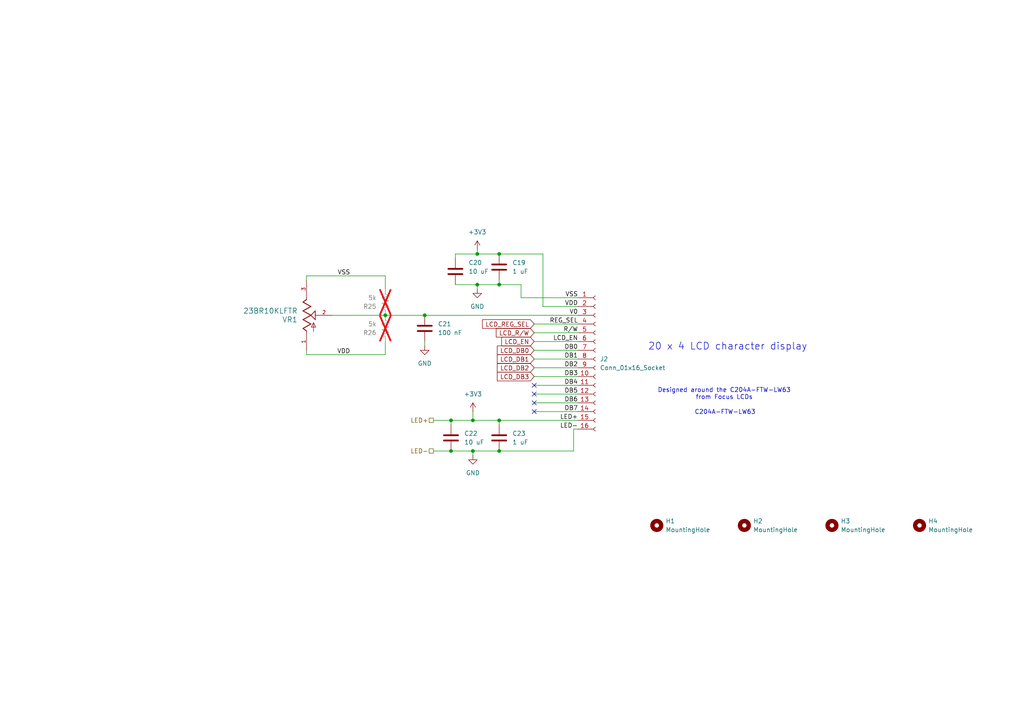
<source format=kicad_sch>
(kicad_sch (version 20231120) (generator "eeschema") (generator_version "8.0")
  (paper "A4")
  (title_block (title "Jakka1") (rev "1") (company "Jacob Kapala"))
  (lib_symbols
    (symbol "Connector:Conn_01x16_Socket" (pin_names (offset 1.016) hide)
      (property "Reference" "J" (at 0 20.32 0))
      (property "Value" "Conn_01x16_Socket" (at 0 -22.86 0))
      (symbol "Conn_01x16_Socket_1_1"
        (arc (start 0 -19.812) (mid -0.5058 -20.32) (end 0 -20.828) (stroke (width 0.1524)))
        (arc (start 0 -17.272) (mid -0.5058 -17.78) (end 0 -18.288) (stroke (width 0.1524)))
        (arc (start 0 -14.732) (mid -0.5058 -15.24) (end 0 -15.748) (stroke (width 0.1524)))
        (arc (start 0 -12.192) (mid -0.5058 -12.7) (end 0 -13.208) (stroke (width 0.1524)))
        (arc (start 0 -9.652) (mid -0.5058 -10.16) (end 0 -10.668) (stroke (width 0.1524)))
        (arc (start 0 -7.112) (mid -0.5058 -7.62) (end 0 -8.128) (stroke (width 0.1524)))
        (arc (start 0 -4.572) (mid -0.5058 -5.08) (end 0 -5.588) (stroke (width 0.1524)))
        (arc (start 0 -2.032) (mid -0.5058 -2.54) (end 0 -3.048) (stroke (width 0.1524)))
        (polyline (pts (xy -1.27 -20.32) (xy -0.508 -20.32)) (stroke (width 0.1524)))
        (polyline (pts (xy -1.27 -17.78) (xy -0.508 -17.78)) (stroke (width 0.1524)))
        (polyline (pts (xy -1.27 -15.24) (xy -0.508 -15.24)) (stroke (width 0.1524)))
        (polyline (pts (xy -1.27 -12.7) (xy -0.508 -12.7)) (stroke (width 0.1524)))
        (polyline (pts (xy -1.27 -10.16) (xy -0.508 -10.16)) (stroke (width 0.1524)))
        (polyline (pts (xy -1.27 -7.62) (xy -0.508 -7.62)) (stroke (width 0.1524)))
        (polyline (pts (xy -1.27 -5.08) (xy -0.508 -5.08)) (stroke (width 0.1524)))
        (polyline (pts (xy -1.27 -2.54) (xy -0.508 -2.54)) (stroke (width 0.1524)))
        (polyline (pts (xy -1.27 0) (xy -0.508 0)) (stroke (width 0.1524)))
        (polyline (pts (xy -1.27 2.54) (xy -0.508 2.54)) (stroke (width 0.1524)))
        (polyline (pts (xy -1.27 5.08) (xy -0.508 5.08)) (stroke (width 0.1524)))
        (polyline (pts (xy -1.27 7.62) (xy -0.508 7.62)) (stroke (width 0.1524)))
        (polyline (pts (xy -1.27 10.16) (xy -0.508 10.16)) (stroke (width 0.1524)))
        (polyline (pts (xy -1.27 12.7) (xy -0.508 12.7)) (stroke (width 0.1524)))
        (polyline (pts (xy -1.27 15.24) (xy -0.508 15.24)) (stroke (width 0.1524)))
        (polyline (pts (xy -1.27 17.78) (xy -0.508 17.78)) (stroke (width 0.1524)))
        (arc (start 0 0.508) (mid -0.5058 0) (end 0 -0.508) (stroke (width 0.1524)))
        (arc (start 0 3.048) (mid -0.5058 2.54) (end 0 2.032) (stroke (width 0.1524)))
        (arc (start 0 5.588) (mid -0.5058 5.08) (end 0 4.572) (stroke (width 0.1524)))
        (arc (start 0 8.128) (mid -0.5058 7.62) (end 0 7.112) (stroke (width 0.1524)))
        (arc (start 0 10.668) (mid -0.5058 10.16) (end 0 9.652) (stroke (width 0.1524)))
        (arc (start 0 13.208) (mid -0.5058 12.7) (end 0 12.192) (stroke (width 0.1524)))
        (arc (start 0 15.748) (mid -0.5058 15.24) (end 0 14.732) (stroke (width 0.1524)))
        (arc (start 0 18.288) (mid -0.5058 17.78) (end 0 17.272) (stroke (width 0.1524)))
        (pin passive line (at -5.08 17.78 0) (length 3.81) (name "Pin_1") (number "1"))
        (pin passive line (at -5.08 -5.08 0) (length 3.81) (name "Pin_10") (number "10"))
        (pin passive line (at -5.08 -7.62 0) (length 3.81) (name "Pin_11") (number "11"))
        (pin passive line (at -5.08 -10.16 0) (length 3.81) (name "Pin_12") (number "12"))
        (pin passive line (at -5.08 -12.7 0) (length 3.81) (name "Pin_13") (number "13"))
        (pin passive line (at -5.08 -15.24 0) (length 3.81) (name "Pin_14") (number "14"))
        (pin passive line (at -5.08 -17.78 0) (length 3.81) (name "Pin_15") (number "15"))
        (pin passive line (at -5.08 -20.32 0) (length 3.81) (name "Pin_16") (number "16"))
        (pin passive line (at -5.08 15.24 0) (length 3.81) (name "Pin_2") (number "2"))
        (pin passive line (at -5.08 12.7 0) (length 3.81) (name "Pin_3") (number "3"))
        (pin passive line (at -5.08 10.16 0) (length 3.81) (name "Pin_4") (number "4"))
        (pin passive line (at -5.08 7.62 0) (length 3.81) (name "Pin_5") (number "5"))
        (pin passive line (at -5.08 5.08 0) (length 3.81) (name "Pin_6") (number "6"))
        (pin passive line (at -5.08 2.54 0) (length 3.81) (name "Pin_7") (number "7"))
        (pin passive line (at -5.08 0 0) (length 3.81) (name "Pin_8") (number "8"))
        (pin passive line (at -5.08 -2.54 0) (length 3.81) (name "Pin_9") (number "9"))
      )
    )
    (symbol "Device:C" (pin_numbers hide) (pin_names (offset 0.254))
      (property "Reference" "C" (at 0.635 2.54 0))
      (property "Value" "C" (at 0.635 -2.54 0))
      (symbol "C_0_1"
        (polyline (pts (xy -2.032 -0.762) (xy 2.032 -0.762)) (stroke (width 0.508)))
        (polyline (pts (xy -2.032 0.762) (xy 2.032 0.762)) (stroke (width 0.508)))
      )
      (symbol "C_1_1"
        (pin passive line (at 0 3.81 270) (length 2.794) (name "~") (number "1"))
        (pin passive line (at 0 -3.81 90) (length 2.794) (name "~") (number "2"))
      )
    )
    (symbol "Device:R_US" (pin_numbers hide) (pin_names (offset 0))
      (property "Reference" "R" (at 2.54 0 90))
      (property "Value" "R_US" (at -2.54 0 90))
      (symbol "R_US_0_1"
        (polyline (pts (xy 0 -2.286) (xy 0 -2.54)))
        (polyline (pts (xy 0 2.286) (xy 0 2.54)))
        (polyline (pts (xy 0 -0.762) (xy 1.016 -1.143) (xy 0 -1.524) (xy -1.016 -1.905) (xy 0 -2.286)))
        (polyline (pts (xy 0 0.762) (xy 1.016 0.381) (xy 0 0) (xy -1.016 -0.381) (xy 0 -0.762)))
        (polyline (pts (xy 0 2.286) (xy 1.016 1.905) (xy 0 1.524) (xy -1.016 1.143) (xy 0 0.762)))
      )
      (symbol "R_US_1_1"
        (pin passive line (at 0 3.81 270) (length 1.27) (name "~") (number "1"))
        (pin passive line (at 0 -3.81 90) (length 1.27) (name "~") (number "2"))
      )
    )
    (symbol "Mechanical:MountingHole" (pin_names (offset 1.016)) (exclude_from_sim yes) (in_bom no)
      (property "Reference" "H" (at 0 5.08 0))
      (property "Value" "MountingHole" (at 0 3.175 0))
      (symbol "MountingHole_0_1"
        (circle (center 0 0) (radius 1.27) (stroke (width 1.27)))
      )
    )
    (symbol "jka_library:23BR10KLFTR" (pin_names (offset 0.254))
      (property "Reference" "VR" (at 9.906 5.842 0))
      (property "Value" "23BR10KLFTR" (at 10.16 3.302 0))
      (symbol "23BR10KLFTR_0_0"
        (polyline (pts (xy 5.08 0) (xy 5.588 0)) (stroke (width 0.1524)))
        (polyline (pts (xy 5.461 -2.032) (xy 8.001 -2.032)) (stroke (width 0.1524)))
        (polyline (pts (xy 5.588 0) (xy 6.35 1.016)) (stroke (width 0.254)))
        (polyline (pts (xy 6.35 1.016) (xy 7.62 -1.27)) (stroke (width 0.254)))
        (polyline (pts (xy 6.731 -2.667) (xy 6.731 -1.397)) (stroke (width 0.1524)))
        (polyline (pts (xy 6.731 -1.397) (xy 8.001 -2.032)) (stroke (width 0.1524)))
        (polyline (pts (xy 7.62 -1.27) (xy 8.89 1.016)) (stroke (width 0.254)))
        (polyline (pts (xy 8.001 -2.032) (xy 6.731 -2.667)) (stroke (width 0.1524)))
        (polyline (pts (xy 8.89 -2.54) (xy 10.16 -1.27)) (stroke (width 0.2032)))
        (polyline (pts (xy 8.89 1.016) (xy 10.16 -1.27)) (stroke (width 0.254)))
        (polyline (pts (xy 10.16 -1.27) (xy 11.43 -2.54)) (stroke (width 0.2032)))
        (polyline (pts (xy 10.16 -1.27) (xy 11.43 1.016)) (stroke (width 0.254)))
        (polyline (pts (xy 11.43 -2.54) (xy 8.89 -2.54)) (stroke (width 0.2032)))
        (polyline (pts (xy 11.43 1.016) (xy 12.7 -1.27)) (stroke (width 0.254)))
        (polyline (pts (xy 12.7 -1.27) (xy 13.97 1.016)) (stroke (width 0.254)))
        (polyline (pts (xy 13.97 1.016) (xy 14.732 0)) (stroke (width 0.254)))
        (polyline (pts (xy 14.732 0) (xy 15.24 0)) (stroke (width 0.1524)))
        (pin passive line (at 0 0 0) (length 5.08) (name "~") (number "1"))
        (pin passive line (at 10.16 -7.62 90) (length 5.08) (name "~") (number "2"))
        (pin passive line (at 20.32 0 180) (length 5.08) (name "~") (number "3"))
      )
    )
    (symbol "power:+3.3V" (power) (pin_numbers hide) (pin_names (offset 0) hide)
      (property "Value" "+3.3V" (at 0 3.556 0))
      (symbol "+3.3V_0_1"
        (polyline (pts (xy -0.762 1.27) (xy 0 2.54)))
        (polyline (pts (xy 0 0) (xy 0 2.54)))
        (polyline (pts (xy 0 2.54) (xy 0.762 1.27)))
      )
      (symbol "+3.3V_1_1"
        (pin power_in line (at 0 0 90) (length 0) (name "~") (number "1"))
      )
    )
    (symbol "power:GND" (power) (pin_numbers hide) (pin_names (offset 0) hide)
      (property "Value" "GND" (at 0 -3.81 0))
      (symbol "GND_0_1"
        (polyline (pts (xy 0 0) (xy 0 -1.27) (xy 1.27 -1.27) (xy 0 -2.54) (xy -1.27 -1.27) (xy 0 -1.27)))
      )
      (symbol "GND_1_1"
        (pin power_in line (at 0 0 270) (length 0) (name "~") (number "1"))
      )
    )
  )
  (junction (at 144.78 73.66))
  (junction (at 144.78 82.55))
  (junction (at 130.81 130.81))
  (junction (at 144.78 121.92))
  (junction (at 144.78 130.81))
  (junction (at 138.43 73.66))
  (junction (at 138.43 82.55))
  (junction (at 111.76 91.44))
  (junction (at 137.16 121.92))
  (junction (at 137.16 130.81))
  (junction (at 123.19 91.44))
  (junction (at 130.81 121.92))
  (no_connect (at 154.94 111.76))
  (no_connect (at 154.94 116.84))
  (no_connect (at 154.94 114.3))
  (no_connect (at 154.94 119.38))
  (wire (pts (xy 144.78 130.81) (xy 137.16 130.81)))
  (wire (pts (xy 130.81 121.92) (xy 137.16 121.92)))
  (wire (pts (xy 130.81 121.92) (xy 130.81 123.19)))
  (wire (pts (xy 144.78 73.66) (xy 157.48 73.66)))
  (wire (pts (xy 137.16 121.92) (xy 144.78 121.92)))
  (wire (pts (xy 111.76 91.44) (xy 123.19 91.44)))
  (wire (pts (xy 154.94 101.6) (xy 167.64 101.6)))
  (wire (pts (xy 123.19 99.06) (xy 123.19 100.33)))
  (wire (pts (xy 151.13 82.55) (xy 144.78 82.55)))
  (wire (pts (xy 154.94 104.14) (xy 167.64 104.14)))
  (wire (pts (xy 137.16 132.08) (xy 137.16 130.81)))
  (wire (pts (xy 154.94 109.22) (xy 167.64 109.22)))
  (wire (pts (xy 88.9 81.28) (xy 88.9 80.01)))
  (wire (pts (xy 154.94 111.76) (xy 167.64 111.76)))
  (wire (pts (xy 154.94 116.84) (xy 167.64 116.84)))
  (wire (pts (xy 132.08 73.66) (xy 138.43 73.66)))
  (wire (pts (xy 125.73 130.81) (xy 130.81 130.81)))
  (wire (pts (xy 166.37 130.81) (xy 166.37 124.46)))
  (wire (pts (xy 138.43 73.66) (xy 144.78 73.66)))
  (wire (pts (xy 157.48 88.9) (xy 157.48 73.66)))
  (wire (pts (xy 123.19 91.44) (xy 167.64 91.44)))
  (wire (pts (xy 138.43 82.55) (xy 144.78 82.55)))
  (wire (pts (xy 111.76 102.87) (xy 111.76 99.06)))
  (wire (pts (xy 151.13 86.36) (xy 151.13 82.55)))
  (wire (pts (xy 125.73 121.92) (xy 130.81 121.92)))
  (wire (pts (xy 154.94 106.68) (xy 167.64 106.68)))
  (wire (pts (xy 88.9 102.87) (xy 111.76 102.87)))
  (wire (pts (xy 88.9 101.6) (xy 88.9 102.87)))
  (wire (pts (xy 144.78 82.55) (xy 144.78 81.28)))
  (wire (pts (xy 137.16 119.38) (xy 137.16 121.92)))
  (wire (pts (xy 154.94 119.38) (xy 167.64 119.38)))
  (wire (pts (xy 111.76 91.44) (xy 96.52 91.44)))
  (wire (pts (xy 144.78 123.19) (xy 144.78 121.92)))
  (wire (pts (xy 132.08 82.55) (xy 138.43 82.55)))
  (wire (pts (xy 167.64 88.9) (xy 157.48 88.9)))
  (wire (pts (xy 144.78 130.81) (xy 166.37 130.81)))
  (wire (pts (xy 144.78 121.92) (xy 167.64 121.92)))
  (wire (pts (xy 154.94 114.3) (xy 167.64 114.3)))
  (wire (pts (xy 132.08 73.66) (xy 132.08 74.93)))
  (wire (pts (xy 154.94 96.52) (xy 167.64 96.52)))
  (wire (pts (xy 166.37 124.46) (xy 167.64 124.46)))
  (wire (pts (xy 167.64 86.36) (xy 151.13 86.36)))
  (wire (pts (xy 154.94 93.98) (xy 167.64 93.98)))
  (wire (pts (xy 137.16 130.81) (xy 130.81 130.81)))
  (wire (pts (xy 154.94 99.06) (xy 167.64 99.06)))
  (wire (pts (xy 138.43 83.82) (xy 138.43 82.55)))
  (wire (pts (xy 138.43 72.39) (xy 138.43 73.66)))
  (wire (pts (xy 111.76 80.01) (xy 111.76 83.82)))
  (wire (pts (xy 88.9 80.01) (xy 111.76 80.01)))
  (text "C204A-FTW-LW63\n" (at 210.312 119.634 0) (effects (font (size 1.27 1.27))))
  (text "20 x 4 LCD character display" (at 211.074 100.584 0) (effects (font (size 2.032 2.032))))
  (text "Designed around the C204A-FTW-LW63\nfrom Focus LCDs" (at 210.058 114.3 0) (effects (font (size 1.27 1.27))))
  (label "DB5" (at 167.64 114.3 180))
  (label "R{slash}W" (at 167.64 96.52 180))
  (label "LED+" (at 167.64 121.92 180))
  (label "DB2" (at 167.64 106.68 180))
  (label "DB4" (at 167.64 111.76 180))
  (label "V0" (at 167.64 91.44 180))
  (label "VDD" (at 167.64 88.9 180))
  (label "LCD_EN" (at 167.64 99.06 180))
  (label "VSS" (at 101.6 80.01 180))
  (label "VDD" (at 101.6 102.87 180))
  (label "DB0" (at 167.64 101.6 180))
  (label "DB6" (at 167.64 116.84 180))
  (label "VSS" (at 167.64 86.36 180))
  (label "DB7" (at 167.64 119.38 180))
  (label "DB1" (at 167.64 104.14 180))
  (label "DB3" (at 167.64 109.22 180))
  (label "REG_SEL" (at 167.64 93.98 180))
  (label "LED-" (at 167.64 124.46 180))
  (global_label "LCD_DB1" (shape input) (at 154.94 104.14 180) (property "Intersheetrefs" "${INTERSHEET_REFS}" (effects (hide yes))))
  (global_label "LCD_DB0" (shape input) (at 154.94 101.6 180) (property "Intersheetrefs" "${INTERSHEET_REFS}" (effects (hide yes))))
  (global_label "LCD_R{slash}W" (shape input) (at 154.94 96.52 180) (property "Intersheetrefs" "${INTERSHEET_REFS}" (effects (hide yes))))
  (global_label "LCD_DB3" (shape input) (at 154.94 109.22 180) (property "Intersheetrefs" "${INTERSHEET_REFS}" (effects (hide yes))))
  (global_label "LCD_EN" (shape input) (at 154.94 99.06 180) (property "Intersheetrefs" "${INTERSHEET_REFS}" (effects (hide yes))))
  (global_label "LCD_DB2" (shape input) (at 154.94 106.68 180) (property "Intersheetrefs" "${INTERSHEET_REFS}" (effects (hide yes))))
  (global_label "LCD_REG_SEL" (shape input) (at 154.94 93.98 180) (property "Intersheetrefs" "${INTERSHEET_REFS}" (effects (hide yes))))
  (hierarchical_label "LED-" (shape passive) (at 125.73 130.81 180))
  (hierarchical_label "LED+" (shape passive) (at 125.73 121.92 180))
  (symbol (lib_id "jka_library:23BR10KLFTR") (at 88.9 101.6 90) (unit 1)
    (property "Reference" "VR1" (at 86.36 92.7101 90) (effects (font (size 1.524 1.524)) (justify left)))
    (property "Value" "23BR10KLFTR" (at 86.36 90.1701 90) (effects (font (size 1.524 1.524)) (justify left)))
    (property "Footprint" "jka_library:SOT_10KLFTR_BIT" (effects (hide yes)))
    (property "Datasheet" "23BR10KLFTR" (effects (hide yes)))
    (property "Description" "A 10k, gull-wing potentiometer" (effects (hide yes)))
  )
  (symbol (lib_id "power:GND") (at 137.16 132.08 0) (unit 1)
    (property "Reference" "#PWR036" (effects (hide yes)))
    (property "Value" "GND" (at 137.16 137.16 0))
    (property "Description" "Power symbol creates a global label with name \"GND\" , ground" (effects (hide yes)))
  )
  (symbol (lib_id "Mechanical:MountingHole") (at 266.7 152.4 0) (unit 1) (exclude_from_sim yes) (in_bom no)
    (property "Reference" "H4" (at 269.24 151.1299 0) (effects (justify left)))
    (property "Value" "MountingHole" (at 269.24 153.6699 0) (effects (justify left)))
    (property "Footprint" "MountingHole:MountingHole_3.2mm_M3" (effects (hide yes)))
    (property "Description" "Mounting Hole without connection" (effects (hide yes)))
  )
  (symbol (lib_id "Device:C") (at 130.81 127 180) (unit 1)
    (property "Reference" "C22" (at 134.62 125.7299 0) (effects (justify right)))
    (property "Value" "10 uF" (at 134.62 128.2699 0) (effects (justify right)))
    (property "Footprint" "Capacitor_SMD:C_0805_2012Metric" (effects (hide yes)))
    (property "Description" "Unpolarized capacitor" (effects (hide yes)))
  )
  (symbol (lib_id "Device:R_US") (at 111.76 95.25 180) (unit 1) (dnp yes)
    (property "Reference" "R26" (at 109.22 96.5201 0) (effects (justify left)))
    (property "Value" "5k" (at 109.22 93.9801 0) (effects (justify left)))
    (property "Footprint" "Resistor_SMD:R_0603_1608Metric" (effects (hide yes)))
    (property "Description" "Resistor, US symbol" (effects (hide yes)))
  )
  (symbol (lib_id "Connector:Conn_01x16_Socket") (at 172.72 104.14 0) (unit 1)
    (property "Reference" "J2" (at 173.99 104.1399 0) (effects (justify left)))
    (property "Value" "Conn_01x16_Socket" (at 173.99 106.6799 0) (effects (justify left)))
    (property "Footprint" "Connector_PinSocket_2.54mm:PinSocket_1x16_P2.54mm_Vertical" (effects (hide yes)))
    (property "Description" "Generic connector, single row, 01x16, script generated" (effects (hide yes)))
  )
  (symbol (lib_id "power:+3.3V") (at 137.16 119.38 0) (unit 1)
    (property "Reference" "#PWR035" (effects (hide yes)))
    (property "Value" "+3V3" (at 137.16 114.3 0))
    (property "Description" "Power symbol creates a global label with name \"+3.3V\"" (effects (hide yes)))
  )
  (symbol (lib_id "Device:C") (at 132.08 78.74 180) (unit 1)
    (property "Reference" "C20" (at 135.89 76.1999 0) (effects (justify right)))
    (property "Value" "10 uF" (at 135.89 78.7399 0) (effects (justify right)))
    (property "Footprint" "Capacitor_SMD:C_0805_2012Metric" (effects (hide yes)))
    (property "Description" "Unpolarized capacitor" (effects (hide yes)))
  )
  (symbol (lib_id "power:GND") (at 138.43 83.82 0) (unit 1)
    (property "Reference" "#PWR033" (effects (hide yes)))
    (property "Value" "GND" (at 138.43 88.9 0))
    (property "Description" "Power symbol creates a global label with name \"GND\" , ground" (effects (hide yes)))
  )
  (symbol (lib_id "Mechanical:MountingHole") (at 241.3 152.4 0) (unit 1) (exclude_from_sim yes) (in_bom no)
    (property "Reference" "H3" (at 243.84 151.1299 0) (effects (justify left)))
    (property "Value" "MountingHole" (at 243.84 153.6699 0) (effects (justify left)))
    (property "Footprint" "MountingHole:MountingHole_3.2mm_M3" (effects (hide yes)))
    (property "Description" "Mounting Hole without connection" (effects (hide yes)))
  )
  (symbol (lib_id "power:GND") (at 123.19 100.33 0) (unit 1)
    (property "Reference" "#PWR034" (effects (hide yes)))
    (property "Value" "GND" (at 123.19 105.41 0))
    (property "Description" "Power symbol creates a global label with name \"GND\" , ground" (effects (hide yes)))
  )
  (symbol (lib_id "power:+3.3V") (at 138.43 72.39 0) (unit 1)
    (property "Reference" "#PWR032" (effects (hide yes)))
    (property "Value" "+3V3" (at 138.43 67.31 0))
    (property "Description" "Power symbol creates a global label with name \"+3.3V\"" (effects (hide yes)))
  )
  (symbol (lib_id "Mechanical:MountingHole") (at 190.5 152.4 0) (unit 1) (exclude_from_sim yes) (in_bom no)
    (property "Reference" "H1" (at 193.04 151.1299 0) (effects (justify left)))
    (property "Value" "MountingHole" (at 193.04 153.6699 0) (effects (justify left)))
    (property "Footprint" "MountingHole:MountingHole_3.2mm_M3" (effects (hide yes)))
    (property "Description" "Mounting Hole without connection" (effects (hide yes)))
  )
  (symbol (lib_id "Mechanical:MountingHole") (at 215.9 152.4 0) (unit 1) (exclude_from_sim yes) (in_bom no)
    (property "Reference" "H2" (at 218.44 151.1299 0) (effects (justify left)))
    (property "Value" "MountingHole" (at 218.44 153.6699 0) (effects (justify left)))
    (property "Footprint" "MountingHole:MountingHole_3.2mm_M3" (effects (hide yes)))
    (property "Description" "Mounting Hole without connection" (effects (hide yes)))
  )
  (symbol (lib_id "Device:R_US") (at 111.76 87.63 180) (unit 1) (dnp yes)
    (property "Reference" "R25" (at 109.22 88.9001 0) (effects (justify left)))
    (property "Value" "5k" (at 109.22 86.3601 0) (effects (justify left)))
    (property "Footprint" "Resistor_SMD:R_0603_1608Metric" (effects (hide yes)))
    (property "Description" "Resistor, US symbol" (effects (hide yes)))
  )
  (symbol (lib_id "Device:C") (at 144.78 77.47 180) (unit 1)
    (property "Reference" "C19" (at 148.59 76.1999 0) (effects (justify right)))
    (property "Value" "1 uF" (at 148.59 78.7399 0) (effects (justify right)))
    (property "Footprint" "Capacitor_SMD:C_0805_2012Metric" (effects (hide yes)))
    (property "Description" "Unpolarized capacitor" (effects (hide yes)))
  )
  (symbol (lib_id "Device:C") (at 144.78 127 180) (unit 1)
    (property "Reference" "C23" (at 148.59 125.7299 0) (effects (justify right)))
    (property "Value" "1 uF" (at 148.59 128.2699 0) (effects (justify right)))
    (property "Footprint" "Capacitor_SMD:C_0805_2012Metric" (effects (hide yes)))
    (property "Description" "Unpolarized capacitor" (effects (hide yes)))
  )
  (symbol (lib_id "Device:C") (at 123.19 95.25 180) (unit 1)
    (property "Reference" "C21" (at 127 93.9799 0) (effects (justify right)))
    (property "Value" "100 nF" (at 127 96.5199 0) (effects (justify right)))
    (property "Footprint" "Capacitor_SMD:C_0603_1608Metric" (effects (hide yes)))
    (property "Description" "Unpolarized capacitor" (effects (hide yes)))
  )
)
</source>
